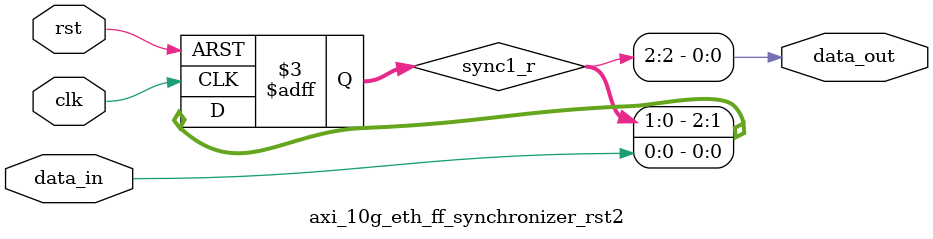
<source format=v>

`timescale 1ns / 1ps

module axi_10g_eth_ff_synchronizer_rst2 #(
  parameter   C_NUM_SYNC_REGS = 3,
  parameter   C_RVAL = 1'b0
  )
  (
    input   wire  clk,
    input   wire  rst,
    input   wire  data_in,
    output  wire  data_out
  );

(* shreg_extract = "no", ASYNC_REG = "TRUE" *) reg  [C_NUM_SYNC_REGS-1:0]    sync1_r = {C_NUM_SYNC_REGS{C_RVAL}};

  //----------------------------------------------------------------------------
  // Synchronizer
  //----------------------------------------------------------------------------
  always @(posedge clk or posedge rst) begin
    if(rst)
      sync1_r <= {C_NUM_SYNC_REGS{C_RVAL}};
    else
      sync1_r <= {sync1_r[C_NUM_SYNC_REGS-2:0], data_in};
  end

  assign data_out = sync1_r[C_NUM_SYNC_REGS-1];
endmodule

</source>
